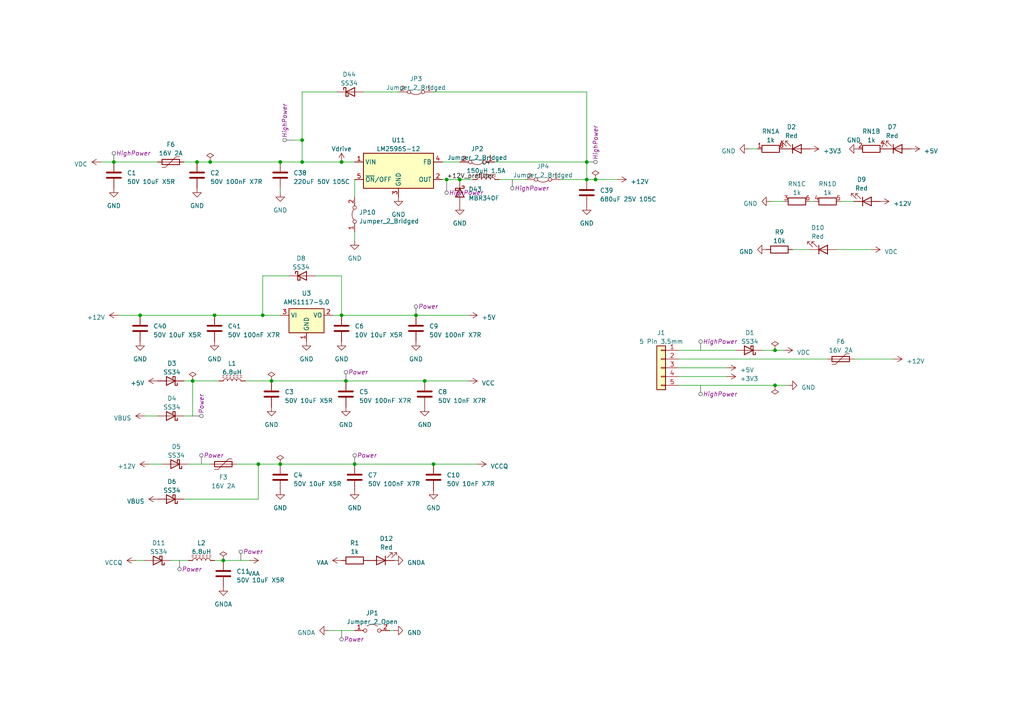
<source format=kicad_sch>
(kicad_sch (version 20230121) (generator eeschema)
  (paper "A4")
  (lib_symbols
    (symbol "Connector_Generic:Conn_01x05" (pin_names (offset 1.016) hide)
      (property "Reference" "J" (at 0 7.62 0))
      (property "Value" "Conn_01x05" (at 0 -7.62 0))
      (symbol "Conn_01x05_1_1"
        (rectangle (start -1.27 -4.953) (end 0 -5.207) (stroke (width 0.1524)))
        (rectangle (start -1.27 -2.413) (end 0 -2.667) (stroke (width 0.1524)))
        (rectangle (start -1.27 0.127) (end 0 -0.127) (stroke (width 0.1524)))
        (rectangle (start -1.27 2.667) (end 0 2.413) (stroke (width 0.1524)))
        (rectangle (start -1.27 5.207) (end 0 4.953) (stroke (width 0.1524)))
        (rectangle (start -1.27 6.35) (end 1.27 -6.35) (stroke (width 0.254)) (fill (type background)))
        (pin passive line (at -5.08 5.08 0) (length 3.81) (name "Pin_1") (number "1"))
        (pin passive line (at -5.08 2.54 0) (length 3.81) (name "Pin_2") (number "2"))
        (pin passive line (at -5.08 0 0) (length 3.81) (name "Pin_3") (number "3"))
        (pin passive line (at -5.08 -2.54 0) (length 3.81) (name "Pin_4") (number "4"))
        (pin passive line (at -5.08 -5.08 0) (length 3.81) (name "Pin_5") (number "5"))
      )
    )
    (symbol "Device:C" (pin_numbers hide) (pin_names (offset 0.254))
      (property "Reference" "C" (at 0.635 2.54 0))
      (property "Value" "C" (at 0.635 -2.54 0))
      (symbol "C_0_1"
        (polyline (pts (xy -2.032 -0.762) (xy 2.032 -0.762)) (stroke (width 0.508)))
        (polyline (pts (xy -2.032 0.762) (xy 2.032 0.762)) (stroke (width 0.508)))
      )
      (symbol "C_1_1"
        (pin passive line (at 0 3.81 270) (length 2.794) (name "~") (number "1"))
        (pin passive line (at 0 -3.81 90) (length 2.794) (name "~") (number "2"))
      )
    )
    (symbol "Device:LED" (pin_numbers hide) (pin_names (offset 1.016) hide)
      (property "Reference" "D" (at 0 2.54 0))
      (property "Value" "LED" (at 0 -2.54 0))
      (symbol "LED_0_1"
        (polyline (pts (xy -1.27 -1.27) (xy -1.27 1.27)) (stroke (width 0.254)))
        (polyline (pts (xy -1.27 0) (xy 1.27 0)))
        (polyline (pts (xy 1.27 -1.27) (xy 1.27 1.27) (xy -1.27 0) (xy 1.27 -1.27)) (stroke (width 0.254)))
        (polyline (pts (xy -3.048 -0.762) (xy -4.572 -2.286) (xy -3.81 -2.286) (xy -4.572 -2.286) (xy -4.572 -1.524)))
        (polyline (pts (xy -1.778 -0.762) (xy -3.302 -2.286) (xy -2.54 -2.286) (xy -3.302 -2.286) (xy -3.302 -1.524)))
      )
      (symbol "LED_1_1"
        (pin passive line (at -3.81 0 0) (length 2.54) (name "K") (number "1"))
        (pin passive line (at 3.81 0 180) (length 2.54) (name "A") (number "2"))
      )
    )
    (symbol "Device:L_Ferrite" (pin_numbers hide) (pin_names (offset 1.016) hide)
      (property "Reference" "L" (at -1.27 0 90))
      (property "Value" "L_Ferrite" (at 2.794 0 90))
      (symbol "L_Ferrite_0_1"
        (arc (start 0 -2.54) (mid 0.6323 -1.905) (end 0 -1.27))
        (arc (start 0 -1.27) (mid 0.6323 -0.635) (end 0 0))
        (polyline (pts (xy 1.016 -2.794) (xy 1.016 -2.286)))
        (polyline (pts (xy 1.016 -1.778) (xy 1.016 -1.27)))
        (polyline (pts (xy 1.016 -0.762) (xy 1.016 -0.254)))
        (polyline (pts (xy 1.016 0.254) (xy 1.016 0.762)))
        (polyline (pts (xy 1.016 1.27) (xy 1.016 1.778)))
        (polyline (pts (xy 1.016 2.286) (xy 1.016 2.794)))
        (polyline (pts (xy 1.524 -2.286) (xy 1.524 -2.794)))
        (polyline (pts (xy 1.524 -1.27) (xy 1.524 -1.778)))
        (polyline (pts (xy 1.524 -0.254) (xy 1.524 -0.762)))
        (polyline (pts (xy 1.524 0.762) (xy 1.524 0.254)))
        (polyline (pts (xy 1.524 1.778) (xy 1.524 1.27)))
        (polyline (pts (xy 1.524 2.794) (xy 1.524 2.286)))
        (arc (start 0 0) (mid 0.6323 0.635) (end 0 1.27))
        (arc (start 0 1.27) (mid 0.6323 1.905) (end 0 2.54))
      )
      (symbol "L_Ferrite_1_1"
        (pin passive line (at 0 3.81 270) (length 1.27) (name "1") (number "1"))
        (pin passive line (at 0 -3.81 90) (length 1.27) (name "2") (number "2"))
      )
    )
    (symbol "Device:Polyfuse" (pin_numbers hide) (pin_names (offset 0))
      (property "Reference" "F" (at -2.54 0 90))
      (property "Value" "Polyfuse" (at 2.54 0 90))
      (symbol "Polyfuse_0_1"
        (rectangle (start -0.762 2.54) (end 0.762 -2.54) (stroke (width 0.254)))
        (polyline (pts (xy 0 2.54) (xy 0 -2.54)))
        (polyline (pts (xy -1.524 2.54) (xy -1.524 1.524) (xy 1.524 -1.524) (xy 1.524 -2.54)))
      )
      (symbol "Polyfuse_1_1"
        (pin passive line (at 0 3.81 270) (length 1.27) (name "~") (number "1"))
        (pin passive line (at 0 -3.81 90) (length 1.27) (name "~") (number "2"))
      )
    )
    (symbol "Device:R" (pin_numbers hide) (pin_names (offset 0))
      (property "Reference" "R" (at 2.032 0 90))
      (property "Value" "R" (at 0 0 90))
      (symbol "R_0_1"
        (rectangle (start -1.016 -2.54) (end 1.016 2.54) (stroke (width 0.254)))
      )
      (symbol "R_1_1"
        (pin passive line (at 0 3.81 270) (length 1.27) (name "~") (number "1"))
        (pin passive line (at 0 -3.81 90) (length 1.27) (name "~") (number "2"))
      )
    )
    (symbol "Device:R_Pack04_Split" (pin_names (offset 0) hide)
      (property "Reference" "RN" (at 2.032 0 90))
      (property "Value" "R_Pack04_Split" (at 0 0 90))
      (symbol "R_Pack04_Split_0_1"
        (rectangle (start 1.016 2.54) (end -1.016 -2.54) (stroke (width 0.254)))
      )
      (symbol "R_Pack04_Split_1_1"
        (pin passive line (at 0 -3.81 90) (length 1.27) (name "R1.1") (number "1"))
        (pin passive line (at 0 3.81 270) (length 1.27) (name "R1.2") (number "8"))
      )
      (symbol "R_Pack04_Split_2_1"
        (pin passive line (at 0 -3.81 90) (length 1.27) (name "R2.1") (number "2"))
        (pin passive line (at 0 3.81 270) (length 1.27) (name "R2.2") (number "7"))
      )
      (symbol "R_Pack04_Split_3_1"
        (pin passive line (at 0 -3.81 90) (length 1.27) (name "R3.1") (number "3"))
        (pin passive line (at 0 3.81 270) (length 1.27) (name "R3.2") (number "6"))
      )
      (symbol "R_Pack04_Split_4_1"
        (pin passive line (at 0 -3.81 90) (length 1.27) (name "R4.1") (number "4"))
        (pin passive line (at 0 3.81 270) (length 1.27) (name "R4.2") (number "5"))
      )
    )
    (symbol "Diode:CDBA340-HF" (pin_numbers hide) (pin_names hide)
      (property "Reference" "D" (at 0 2.54 0))
      (property "Value" "CDBA340-HF" (at 0 -2.54 0))
      (symbol "CDBA340-HF_0_1"
        (polyline (pts (xy 1.27 0) (xy -1.27 0)))
        (polyline (pts (xy 1.27 1.27) (xy 1.27 -1.27) (xy -1.27 0) (xy 1.27 1.27)) (stroke (width 0.254)))
        (polyline (pts (xy -1.905 0.635) (xy -1.905 1.27) (xy -1.27 1.27) (xy -1.27 -1.27) (xy -0.635 -1.27) (xy -0.635 -0.635)) (stroke (width 0.254)))
      )
      (symbol "CDBA340-HF_1_1"
        (pin passive line (at -3.81 0 0) (length 2.54) (name "K") (number "1"))
        (pin passive line (at 3.81 0 180) (length 2.54) (name "A") (number "2"))
      )
    )
    (symbol "Jumper:Jumper_2_Bridged" (pin_names (offset 0) hide)
      (property "Reference" "JP" (at 0 1.905 0))
      (property "Value" "Jumper_2_Bridged" (at 0 -2.54 0))
      (symbol "Jumper_2_Bridged_0_0"
        (circle (center -2.032 0) (radius 0.508))
        (circle (center 2.032 0) (radius 0.508))
      )
      (symbol "Jumper_2_Bridged_0_1"
        (arc (start 1.524 0.254) (mid 0 0.762) (end -1.524 0.254))
      )
      (symbol "Jumper_2_Bridged_1_1"
        (pin passive line (at -5.08 0 0) (length 2.54) (name "A") (number "1"))
        (pin passive line (at 5.08 0 180) (length 2.54) (name "B") (number "2"))
      )
    )
    (symbol "Jumper:Jumper_2_Open" (pin_names (offset 0) hide)
      (property "Reference" "JP" (at 0 2.794 0))
      (property "Value" "Jumper_2_Open" (at 0 -2.286 0))
      (symbol "Jumper_2_Open_0_0"
        (circle (center -2.032 0) (radius 0.508))
        (circle (center 2.032 0) (radius 0.508))
      )
      (symbol "Jumper_2_Open_0_1"
        (arc (start 1.524 1.27) (mid 0 1.778) (end -1.524 1.27))
      )
      (symbol "Jumper_2_Open_1_1"
        (pin passive line (at -5.08 0 0) (length 2.54) (name "A") (number "1"))
        (pin passive line (at 5.08 0 180) (length 2.54) (name "B") (number "2"))
      )
    )
    (symbol "Regulator_Linear:AMS1117-5.0"
      (property "Reference" "U" (at -3.81 3.175 0))
      (property "Value" "AMS1117-5.0" (at 0 3.175 0))
      (symbol "AMS1117-5.0_0_1"
        (rectangle (start -5.08 -5.08) (end 5.08 1.905) (stroke (width 0.254)) (fill (type background)))
      )
      (symbol "AMS1117-5.0_1_1"
        (pin power_in line (at 0 -7.62 90) (length 2.54) (name "GND") (number "1"))
        (pin power_out line (at 7.62 0 180) (length 2.54) (name "VO") (number "2"))
        (pin power_in line (at -7.62 0 0) (length 2.54) (name "VI") (number "3"))
      )
    )
    (symbol "Regulator_Switching:LM2596S-5"
      (property "Reference" "U" (at -10.16 6.35 0))
      (property "Value" "LM2596S-5" (at 0 6.35 0))
      (symbol "LM2596S-5_0_1"
        (rectangle (start -10.16 5.08) (end 10.16 -5.08) (stroke (width 0.254)) (fill (type background)))
      )
      (symbol "LM2596S-5_1_1"
        (pin power_in line (at -12.7 2.54 0) (length 2.54) (name "VIN") (number "1"))
        (pin output line (at 12.7 -2.54 180) (length 2.54) (name "OUT") (number "2"))
        (pin power_in line (at 0 -7.62 90) (length 2.54) (name "GND") (number "3"))
        (pin input line (at 12.7 2.54 180) (length 2.54) (name "FB") (number "4"))
        (pin input line (at -12.7 -2.54 0) (length 2.54) (name "~{ON}/OFF") (number "5"))
      )
    )
    (symbol "power:+12V" (power) (pin_names (offset 0))
      (property "Value" "+12V" (at 0 3.556 0))
      (symbol "+12V_0_1"
        (polyline (pts (xy -0.762 1.27) (xy 0 2.54)))
        (polyline (pts (xy 0 0) (xy 0 2.54)))
        (polyline (pts (xy 0 2.54) (xy 0.762 1.27)))
      )
      (symbol "+12V_1_1"
        (pin power_in line (at 0 0 90) (length 0) hide (name "+12V") (number "1"))
      )
    )
    (symbol "power:+3V3" (power) (pin_names (offset 0))
      (property "Value" "+3V3" (at 0 3.556 0))
      (symbol "+3V3_0_1"
        (polyline (pts (xy -0.762 1.27) (xy 0 2.54)))
        (polyline (pts (xy 0 0) (xy 0 2.54)))
        (polyline (pts (xy 0 2.54) (xy 0.762 1.27)))
      )
      (symbol "+3V3_1_1"
        (pin power_in line (at 0 0 90) (length 0) hide (name "+3V3") (number "1"))
      )
    )
    (symbol "power:+5V" (power) (pin_names (offset 0))
      (property "Value" "+5V" (at 0 3.556 0))
      (symbol "+5V_0_1"
        (polyline (pts (xy -0.762 1.27) (xy 0 2.54)))
        (polyline (pts (xy 0 0) (xy 0 2.54)))
        (polyline (pts (xy 0 2.54) (xy 0.762 1.27)))
      )
      (symbol "+5V_1_1"
        (pin power_in line (at 0 0 90) (length 0) hide (name "+5V") (number "1"))
      )
    )
    (symbol "power:GND" (power) (pin_names (offset 0))
      (property "Value" "GND" (at 0 -3.81 0))
      (symbol "GND_0_1"
        (polyline (pts (xy 0 0) (xy 0 -1.27) (xy 1.27 -1.27) (xy 0 -2.54) (xy -1.27 -1.27) (xy 0 -1.27)))
      )
      (symbol "GND_1_1"
        (pin power_in line (at 0 0 270) (length 0) hide (name "GND") (number "1"))
      )
    )
    (symbol "power:GNDA" (power) (pin_names (offset 0))
      (property "Value" "GNDA" (at 0 -3.81 0))
      (symbol "GNDA_0_1"
        (polyline (pts (xy 0 0) (xy 0 -1.27) (xy 1.27 -1.27) (xy 0 -2.54) (xy -1.27 -1.27) (xy 0 -1.27)))
      )
      (symbol "GNDA_1_1"
        (pin power_in line (at 0 0 270) (length 0) hide (name "GNDA") (number "1"))
      )
    )
    (symbol "power:PWR_FLAG" (power) (pin_numbers hide) (pin_names (offset 0) hide)
      (property "Value" "PWR_FLAG" (at 0 3.81 0))
      (symbol "PWR_FLAG_0_0"
        (pin power_out line (at 0 0 90) (length 0) (name "pwr") (number "1"))
      )
      (symbol "PWR_FLAG_0_1"
        (polyline (pts (xy 0 0) (xy 0 1.27) (xy -1.016 1.905) (xy 0 2.54) (xy 1.016 1.905) (xy 0 1.27)))
      )
    )
    (symbol "power:VAA" (power) (pin_names (offset 0))
      (property "Value" "VAA" (at 0 3.81 0))
      (symbol "VAA_0_1"
        (polyline (pts (xy -0.762 1.27) (xy 0 2.54)))
        (polyline (pts (xy 0 0) (xy 0 2.54)))
        (polyline (pts (xy 0 2.54) (xy 0.762 1.27)))
      )
      (symbol "VAA_1_1"
        (pin power_in line (at 0 0 90) (length 0) hide (name "VAA") (number "1"))
      )
    )
    (symbol "power:VBUS" (power) (pin_names (offset 0))
      (property "Value" "VBUS" (at 0 3.81 0))
      (symbol "VBUS_0_1"
        (polyline (pts (xy -0.762 1.27) (xy 0 2.54)))
        (polyline (pts (xy 0 0) (xy 0 2.54)))
        (polyline (pts (xy 0 2.54) (xy 0.762 1.27)))
      )
      (symbol "VBUS_1_1"
        (pin power_in line (at 0 0 90) (length 0) hide (name "VBUS") (number "1"))
      )
    )
    (symbol "power:VCC" (power) (pin_names (offset 0))
      (property "Value" "VCC" (at 0 3.81 0))
      (symbol "VCC_0_1"
        (polyline (pts (xy -0.762 1.27) (xy 0 2.54)))
        (polyline (pts (xy 0 0) (xy 0 2.54)))
        (polyline (pts (xy 0 2.54) (xy 0.762 1.27)))
      )
      (symbol "VCC_1_1"
        (pin power_in line (at 0 0 90) (length 0) hide (name "VCC") (number "1"))
      )
    )
    (symbol "power:VCCQ" (power) (pin_names (offset 0))
      (property "Value" "VCCQ" (at 0 3.81 0))
      (symbol "VCCQ_0_1"
        (polyline (pts (xy -0.762 1.27) (xy 0 2.54)))
        (polyline (pts (xy 0 0) (xy 0 2.54)))
        (polyline (pts (xy 0 2.54) (xy 0.762 1.27)))
      )
      (symbol "VCCQ_1_1"
        (pin power_in line (at 0 0 90) (length 0) hide (name "VCCQ") (number "1"))
      )
    )
    (symbol "power:VDC" (power) (pin_names (offset 0))
      (property "Value" "VDC" (at 0 6.35 0))
      (symbol "VDC_0_1"
        (polyline (pts (xy -0.762 1.27) (xy 0 2.54)))
        (polyline (pts (xy 0 0) (xy 0 2.54)))
        (polyline (pts (xy 0 2.54) (xy 0.762 1.27)))
      )
      (symbol "VDC_1_1"
        (pin power_in line (at 0 0 90) (length 0) hide (name "VDC") (number "1"))
      )
    )
    (symbol "power:Vdrive" (power) (pin_names (offset 0))
      (property "Value" "Vdrive" (at 0 3.81 0))
      (symbol "Vdrive_0_1"
        (polyline (pts (xy -0.762 1.27) (xy 0 2.54)))
        (polyline (pts (xy 0 0) (xy 0 2.54)))
        (polyline (pts (xy 0 2.54) (xy 0.762 1.27)))
      )
      (symbol "Vdrive_1_1"
        (pin power_in line (at 0 0 90) (length 0) hide (name "Vdrive") (number "1"))
      )
    )
  )
  (junction (at 40.64 91.44))
  (junction (at 133.35 52.07))
  (junction (at 172.72 52.07))
  (junction (at 170.18 52.07))
  (junction (at 62.23 91.44))
  (junction (at 74.93 134.62))
  (junction (at 81.28 134.62))
  (junction (at 33.02 46.99))
  (junction (at 224.79 111.76))
  (junction (at 78.74 110.49))
  (junction (at 170.18 46.99))
  (junction (at 129.54 52.07))
  (junction (at 87.63 40.64))
  (junction (at 125.73 134.62))
  (junction (at 224.79 101.6))
  (junction (at 81.28 46.99))
  (junction (at 99.06 46.99))
  (junction (at 120.65 91.44))
  (junction (at 123.19 110.49))
  (junction (at 64.77 162.56))
  (junction (at 102.87 134.62))
  (junction (at 55.88 110.49))
  (junction (at 76.2 91.44))
  (junction (at 100.33 110.49))
  (junction (at 60.96 46.99))
  (junction (at 87.63 46.99))
  (junction (at 57.15 46.99))
  (junction (at 99.06 91.44))
  (wire (pts (xy 170.18 46.99) (xy 170.18 52.07)))
  (wire (pts (xy 57.15 46.99) (xy 60.96 46.99)))
  (wire (pts (xy 223.52 58.42) (xy 227.33 58.42)))
  (wire (pts (xy 62.23 162.56) (xy 64.77 162.56)))
  (wire (pts (xy 99.06 91.44) (xy 120.65 91.44)))
  (wire (pts (xy 55.88 120.65) (xy 53.34 120.65)))
  (wire (pts (xy 81.28 134.62) (xy 102.87 134.62)))
  (wire (pts (xy 138.43 134.62) (xy 125.73 134.62)))
  (wire (pts (xy 55.88 110.49) (xy 53.34 110.49)))
  (wire (pts (xy 78.74 110.49) (xy 100.33 110.49)))
  (wire (pts (xy 102.87 57.15) (xy 102.87 52.07)))
  (wire (pts (xy 236.22 58.42) (xy 234.95 58.42)))
  (wire (pts (xy 224.79 111.76) (xy 196.85 111.76)))
  (wire (pts (xy 196.85 109.22) (xy 210.82 109.22)))
  (wire (pts (xy 87.63 40.64) (xy 87.63 26.67)))
  (wire (pts (xy 87.63 26.67) (xy 97.79 26.67)))
  (wire (pts (xy 227.33 101.6) (xy 224.79 101.6)))
  (wire (pts (xy 228.6 111.76) (xy 224.79 111.76)))
  (wire (pts (xy 85.09 40.64) (xy 87.63 40.64)))
  (wire (pts (xy 64.77 162.56) (xy 72.39 162.56)))
  (wire (pts (xy 99.06 46.99) (xy 102.87 46.99)))
  (wire (pts (xy 83.82 80.01) (xy 76.2 80.01)))
  (wire (pts (xy 128.27 46.99) (xy 133.35 46.99)))
  (wire (pts (xy 102.87 182.88) (xy 95.25 182.88)))
  (wire (pts (xy 99.06 80.01) (xy 99.06 91.44)))
  (wire (pts (xy 62.23 91.44) (xy 76.2 91.44)))
  (wire (pts (xy 179.07 52.07) (xy 172.72 52.07)))
  (wire (pts (xy 91.44 80.01) (xy 99.06 80.01)))
  (wire (pts (xy 123.19 110.49) (xy 100.33 110.49)))
  (wire (pts (xy 96.52 91.44) (xy 99.06 91.44)))
  (wire (pts (xy 53.34 46.99) (xy 57.15 46.99)))
  (wire (pts (xy 143.51 46.99) (xy 170.18 46.99)))
  (wire (pts (xy 129.54 53.34) (xy 129.54 52.07)))
  (wire (pts (xy 54.61 134.62) (xy 60.96 134.62)))
  (wire (pts (xy 135.89 110.49) (xy 123.19 110.49)))
  (wire (pts (xy 49.53 162.56) (xy 54.61 162.56)))
  (wire (pts (xy 74.93 144.78) (xy 53.34 144.78)))
  (wire (pts (xy 39.37 162.56) (xy 41.91 162.56)))
  (wire (pts (xy 105.41 26.67) (xy 115.57 26.67)))
  (wire (pts (xy 33.02 46.99) (xy 45.72 46.99)))
  (wire (pts (xy 74.93 134.62) (xy 68.58 134.62)))
  (wire (pts (xy 125.73 134.62) (xy 102.87 134.62)))
  (wire (pts (xy 76.2 91.44) (xy 81.28 91.44)))
  (wire (pts (xy 133.35 52.07) (xy 129.54 52.07)))
  (wire (pts (xy 87.63 46.99) (xy 87.63 40.64)))
  (wire (pts (xy 196.85 106.68) (xy 210.82 106.68)))
  (wire (pts (xy 217.17 43.18) (xy 219.71 43.18)))
  (wire (pts (xy 137.16 52.07) (xy 133.35 52.07)))
  (wire (pts (xy 87.63 46.99) (xy 99.06 46.99)))
  (wire (pts (xy 76.2 80.01) (xy 76.2 91.44)))
  (wire (pts (xy 81.28 54.61) (xy 81.28 55.88)))
  (wire (pts (xy 34.29 91.44) (xy 40.64 91.44)))
  (wire (pts (xy 170.18 26.67) (xy 170.18 46.99)))
  (wire (pts (xy 144.78 52.07) (xy 152.4 52.07)))
  (wire (pts (xy 102.87 69.85) (xy 102.87 67.31)))
  (wire (pts (xy 125.73 26.67) (xy 170.18 26.67)))
  (wire (pts (xy 129.54 52.07) (xy 128.27 52.07)))
  (wire (pts (xy 120.65 91.44) (xy 135.89 91.44)))
  (wire (pts (xy 55.88 110.49) (xy 55.88 120.65)))
  (wire (pts (xy 172.72 52.07) (xy 170.18 52.07)))
  (wire (pts (xy 74.93 134.62) (xy 74.93 144.78)))
  (wire (pts (xy 247.65 104.14) (xy 259.08 104.14)))
  (wire (pts (xy 234.95 72.39) (xy 229.87 72.39)))
  (wire (pts (xy 224.79 101.6) (xy 220.98 101.6)))
  (wire (pts (xy 196.85 104.14) (xy 240.03 104.14)))
  (wire (pts (xy 29.21 46.99) (xy 33.02 46.99)))
  (wire (pts (xy 247.65 58.42) (xy 243.84 58.42)))
  (wire (pts (xy 74.93 134.62) (xy 81.28 134.62)))
  (wire (pts (xy 41.91 120.65) (xy 45.72 120.65)))
  (wire (pts (xy 114.3 182.88) (xy 113.03 182.88)))
  (wire (pts (xy 43.18 134.62) (xy 46.99 134.62)))
  (wire (pts (xy 71.12 110.49) (xy 78.74 110.49)))
  (wire (pts (xy 213.36 101.6) (xy 196.85 101.6)))
  (wire (pts (xy 252.73 72.39) (xy 242.57 72.39)))
  (wire (pts (xy 162.56 52.07) (xy 170.18 52.07)))
  (wire (pts (xy 81.28 46.99) (xy 87.63 46.99)))
  (wire (pts (xy 60.96 46.99) (xy 81.28 46.99)))
  (wire (pts (xy 55.88 110.49) (xy 63.5 110.49)))
  (wire (pts (xy 40.64 91.44) (xy 62.23 91.44)))
  (label "+12V_prefilter" (at 129.54 52.07 0))
  (netclass_flag "" (length 2.54) (shape round) (at 58.42 134.62 0) (property "Netclass" "Power" (at 59.0296 132.08 0) (effects (font italic) (justify left))))
  (netclass_flag "" (length 2.54) (shape round) (at 33.02 46.99 0) (property "Netclass" "HighPower" (at 33.6296 44.45 0) (effects (font italic) (justify left))))
  (netclass_flag "" (length 2.54) (shape round) (at 55.88 120.65 270) (property "Netclass" "Power" (at 58.42 120.0404 90) (effects (font italic) (justify left))))
  (netclass_flag "" (length 2.54) (shape round) (at 99.06 182.88 180) (property "Netclass" "Power" (at 99.6696 185.42 0) (effects (font italic) (justify left))))
  (netclass_flag "" (length 2.54) (shape round) (at 203.2 111.76 180) (property "Netclass" "HighPower" (at 203.8096 114.3 0) (effects (font italic) (justify left))))
  (netclass_flag "" (length 2.54) (shape round) (at 102.87 134.62 0) (property "Netclass" "Power" (at 103.4796 132.08 0) (effects (font italic) (justify left))))
  (netclass_flag "" (length 2.54) (shape round) (at 52.07 162.56 180) (property "Netclass" "Power" (at 52.6796 165.1 0) (effects (font italic) (justify left))))
  (netclass_flag "" (length 2.54) (shape round) (at 100.33 110.49 0) (property "Netclass" "Power" (at 100.9396 107.95 0) (effects (font italic) (justify left))))
  (netclass_flag "" (length 2.54) (shape round) (at 129.54 53.34 180) (property "Netclass" "HighPower" (at 130.1496 55.88 0) (effects (font italic) (justify left))))
  (netclass_flag "" (length 2.54) (shape round) (at 69.85 162.56 0) (property "Netclass" "Power" (at 70.4596 160.02 0) (effects (font italic) (justify left))))
  (netclass_flag "" (length 2.54) (shape round) (at 203.2 101.6 0) (property "Netclass" "HighPower" (at 203.8096 99.06 0) (effects (font italic) (justify left))))
  (netclass_flag "" (length 2.54) (shape round) (at 85.09 40.64 90) (property "Netclass" "HighPower" (at 82.55 40.0304 90) (effects (font italic) (justify left))))
  (netclass_flag "" (length 2.54) (shape round) (at 170.18 46.99 270) (property "Netclass" "HighPower" (at 172.72 46.3804 90) (effects (font italic) (justify left))))
  (netclass_flag "" (length 2.54) (shape round) (at 148.59 52.07 180) (property "Netclass" "HighPower" (at 149.1996 54.61 0) (effects (font italic) (justify left))))
  (netclass_flag "" (length 2.54) (shape round) (at 120.65 91.44 0) (property "Netclass" "Power" (at 121.2596 88.9 0) (effects (font italic) (justify left))))
  (symbol (lib_id "Device:C") (at 81.28 138.43 0) (unit 1)
    (property "Reference" "C4" (at 85.09 137.795 0) (effects (justify left)))
    (property "Value" "50V 10uF X5R" (at 85.09 140.335 0) (effects (justify left)))
    (property "Footprint" "Capacitor_SMD:C_1206_3216Metric" (effects hide))
    (property "LCSC" "C13585" (effects hide))
    (instances (project "PiPico_OpenPLC" (path "" (reference "C4") (unit 1)) (path "" (reference "C7") (unit 1))))
  )
  (symbol (lib_id "power:GND") (at 88.9 99.06 0) (mirror y) (unit 1)
    (property "Reference" "#PWR033" (effects hide))
    (property "Value" "GND" (at 88.9 104.14 0))
    (instances (project "PiPico_OpenPLC" (path "" (reference "#PWR033") (unit 1)) (path "" (reference "#PWR038") (unit 1))))
  )
  (symbol (lib_id "Device:Polyfuse") (at 49.53 46.99 90) (unit 1)
    (property "Reference" "F6" (at 49.53 41.91 90))
    (property "Value" "16V 2A" (at 49.53 44.45 90))
    (property "Footprint" "Fuse:Fuse_1206_3216Metric" (effects hide))
    (property "LCSC" "C2843986" (effects hide))
  )
  (symbol (lib_id "Jumper:Jumper_2_Bridged") (at 157.48 52.07 180) (unit 1)
    (property "Reference" "JP4" (at 157.48 48.26 0))
    (property "Value" "Jumper_2_Bridged" (at 157.48 50.8 0))
    (property "Footprint" "Jumper:SolderJumper-2_P1.3mm_Bridged_RoundedPad1.0x1.5mm" (effects hide))
    (instances (project "PiPico_OpenPLC" (path "" (reference "JP4") (unit 1)) (path "" (reference "JP6") (unit 1))))
  )
  (symbol (lib_id "Device:C") (at 125.73 138.43 0) (unit 1)
    (property "Reference" "C10" (at 129.54 137.795 0) (effects (justify left)))
    (property "Value" "50V 10nF X7R" (at 129.54 140.335 0) (effects (justify left)))
    (property "Footprint" "Capacitor_SMD:C_0603_1608Metric" (effects hide))
    (property "LCSC" "C57112" (effects hide))
    (instances (project "PiPico_OpenPLC" (path "" (reference "C10") (unit 1)) (path "" (reference "C41") (unit 1))))
  )
  (symbol (lib_id "power:+12V") (at 43.18 134.62 90) (unit 1)
    (property "Reference" "#PWR024" (effects hide))
    (property "Value" "+12V" (at 39.37 135.255 90) (effects (justify left)))
  )
  (symbol (lib_id "Device:C") (at 99.06 95.25 0) (unit 1)
    (property "Reference" "C6" (at 102.87 94.615 0) (effects (justify left)))
    (property "Value" "10V 10uF X5R" (at 102.87 97.155 0) (effects (justify left)))
    (property "Footprint" "Capacitor_SMD:C_0603_1608Metric" (effects hide))
    (property "LCSC" "C19702" (effects hide))
    (instances (project "PiPico_OpenPLC" (path "" (reference "C6") (unit 1)) (path "" (reference "C8") (unit 1))))
  )
  (symbol (lib_id "Device:LED") (at 251.46 58.42 0) (mirror x) (unit 1)
    (property "Reference" "D9" (at 249.8725 52.07 0))
    (property "Value" "Red" (at 249.8725 54.61 0))
    (property "Footprint" "LED_SMD:LED_0603_1608Metric" (effects hide))
    (property "LCSC" "C2286" (effects hide))
    (instances (project "PiPico_OpenPLC" (path "" (reference "D9") (unit 1)) (path "" (reference "D43") (unit 1))))
  )
  (symbol (lib_id "Diode:CDBA340-HF") (at 50.8 134.62 180) (unit 1)
    (property "Reference" "D5" (at 51.1175 129.54 0))
    (property "Value" "SS34" (at 51.1175 132.08 0))
    (property "Footprint" "Diode_SMD:D_SMA" (effects hide))
    (property "Datasheet" "https://www.comchiptech.com/admin/files/product/CDBA340-HF%20Thru193640.%20CDBA3100-HF%20RevB.pdf" (effects hide))
    (property "LCSC" "C8678" (effects hide))
    (instances (project "PiPico_OpenPLC" (path "" (reference "D5") (unit 1)) (path "" (reference "D8") (unit 1))))
  )
  (symbol (lib_id "power:VDC") (at 29.21 46.99 90) (unit 1)
    (property "Reference" "#PWR0157" (effects hide))
    (property "Value" "VDC" (at 25.4 47.625 90) (effects (justify left)))
    (instances (project "PiPico_OpenPLC" (path "" (reference "#PWR0157") (unit 1)) (path "" (reference "#PWR014") (unit 1))))
  )
  (symbol (lib_id "power:GND") (at 170.18 59.69 0) (mirror y) (unit 1)
    (property "Reference" "#PWR0158" (effects hide))
    (property "Value" "GND" (at 170.18 64.77 0))
    (instances (project "PiPico_OpenPLC" (path "" (reference "#PWR0158") (unit 1)) (path "" (reference "#PWR0151") (unit 1))))
  )
  (symbol (lib_id "power:GND") (at 40.64 99.06 0) (mirror y) (unit 1)
    (property "Reference" "#PWR047" (effects hide))
    (property "Value" "GND" (at 40.64 104.14 0))
    (instances (project "PiPico_OpenPLC" (path "" (reference "#PWR047") (unit 1)) (path "" (reference "#PWR021") (unit 1))))
  )
  (symbol (lib_id "Device:C") (at 100.33 114.3 0) (unit 1)
    (property "Reference" "C5" (at 104.14 113.665 0) (effects (justify left)))
    (property "Value" "50V 100nF X7R" (at 104.14 116.205 0) (effects (justify left)))
    (property "Footprint" "Capacitor_SMD:C_0603_1608Metric" (effects hide))
    (property "LCSC" "C14663" (effects hide))
    (instances (project "PiPico_OpenPLC" (path "" (reference "C5") (unit 1)) (path "" (reference "C9") (unit 1))))
  )
  (symbol (lib_id "Device:C") (at 120.65 95.25 0) (unit 1)
    (property "Reference" "C9" (at 124.46 94.615 0) (effects (justify left)))
    (property "Value" "50V 100nF X7R" (at 124.46 97.155 0) (effects (justify left)))
    (property "Footprint" "Capacitor_SMD:C_0603_1608Metric" (effects hide))
    (property "LCSC" "C14663" (effects hide))
    (instances (project "PiPico_OpenPLC" (path "" (reference "C9") (unit 1)) (path "" (reference "C11") (unit 1))))
  )
  (symbol (lib_id "Diode:CDBA340-HF") (at 49.53 144.78 180) (unit 1)
    (property "Reference" "D6" (at 49.8475 139.7 0))
    (property "Value" "SS34" (at 49.8475 142.24 0))
    (property "Footprint" "Diode_SMD:D_SMA" (effects hide))
    (property "Datasheet" "https://www.comchiptech.com/admin/files/product/CDBA340-HF%20Thru193640.%20CDBA3100-HF%20RevB.pdf" (effects hide))
    (property "LCSC" "C8678" (effects hide))
  )
  (symbol (lib_id "power:+5V") (at 210.82 106.68 270) (unit 1)
    (property "Reference" "#PWR014" (effects hide))
    (property "Value" "+5V" (at 214.63 107.315 90) (effects (justify left)))
    (instances (project "PiPico_OpenPLC" (path "" (reference "#PWR014") (unit 1)) (path "" (reference "#PWR017") (unit 1))))
  )
  (symbol (lib_id "power:GND") (at 81.28 55.88 0) (mirror y) (unit 1)
    (property "Reference" "#PWR0163" (effects hide))
    (property "Value" "GND" (at 81.28 60.96 0))
    (instances (project "PiPico_OpenPLC" (path "" (reference "#PWR0163") (unit 1)) (path "" (reference "#PWR027") (unit 1))))
  )
  (symbol (lib_id "Diode:CDBA340-HF") (at 45.72 162.56 180) (unit 1)
    (property "Reference" "D11" (at 46.0375 157.48 0))
    (property "Value" "SS34" (at 46.0375 160.02 0))
    (property "Footprint" "Diode_SMD:D_SMA" (effects hide))
    (property "Datasheet" "https://www.comchiptech.com/admin/files/product/CDBA340-HF%20Thru193640.%20CDBA3100-HF%20RevB.pdf" (effects hide))
    (property "LCSC" "C8678" (effects hide))
    (instances (project "PiPico_OpenPLC" (path "" (reference "D11") (unit 1)) (path "" (reference "D3") (unit 1))))
  )
  (symbol (lib_id "Diode:CDBA340-HF") (at 217.17 101.6 180) (unit 1)
    (property "Reference" "D1" (at 217.4875 96.52 0))
    (property "Value" "SS34" (at 217.4875 99.06 0))
    (property "Footprint" "Diode_SMD:D_SMA" (effects hide))
    (property "Datasheet" "https://www.comchiptech.com/admin/files/product/CDBA340-HF%20Thru193640.%20CDBA3100-HF%20RevB.pdf" (effects hide))
    (property "LCSC" "C8678" (effects hide))
  )
  (symbol (lib_id "power:GND") (at 217.17 43.18 270) (unit 1)
    (property "Reference" "#PWR018" (effects hide))
    (property "Value" "GND" (at 213.36 43.815 90) (effects (justify right)))
    (instances (project "PiPico_OpenPLC" (path "" (reference "#PWR018") (unit 1)) (path "" (reference "#PWR030") (unit 1))))
  )
  (symbol (lib_id "power:VCCQ") (at 138.43 134.62 270) (unit 1)
    (property "Reference" "#PWR045" (effects hide))
    (property "Value" "VCCQ" (at 142.24 135.255 90) (effects (justify left)))
    (instances (project "PiPico_OpenPLC" (path "" (reference "#PWR045") (unit 1)) (path "" (reference "#PWR091") (unit 1))))
  )
  (symbol (lib_id "power:GND") (at 222.25 72.39 270) (unit 1)
    (property "Reference" "#PWR039" (effects hide))
    (property "Value" "GND" (at 218.44 73.025 90) (effects (justify right)))
    (instances (project "PiPico_OpenPLC" (path "" (reference "#PWR039") (unit 1)) (path "" (reference "#PWR0153") (unit 1))))
  )
  (symbol (lib_id "Device:LED") (at 238.76 72.39 0) (mirror x) (unit 1)
    (property "Reference" "D10" (at 237.1725 66.04 0))
    (property "Value" "Red" (at 237.1725 68.58 0))
    (property "Footprint" "LED_SMD:LED_0603_1608Metric" (effects hide))
    (property "LCSC" "C2286" (effects hide))
    (instances (project "PiPico_OpenPLC" (path "" (reference "D10") (unit 1)) (path "" (reference "D44") (unit 1))))
  )
  (symbol (lib_id "Device:C") (at 123.19 114.3 0) (unit 1)
    (property "Reference" "C8" (at 127 113.665 0) (effects (justify left)))
    (property "Value" "50V 10nF X7R" (at 127 116.205 0) (effects (justify left)))
    (property "Footprint" "Capacitor_SMD:C_0603_1608Metric" (effects hide))
    (property "LCSC" "C57112" (effects hide))
    (instances (project "PiPico_OpenPLC" (path "" (reference "C8") (unit 1)) (path "" (reference "C40") (unit 1))))
  )
  (symbol (lib_id "Regulator_Linear:AMS1117-5.0") (at 88.9 91.44 0) (unit 1)
    (property "Reference" "U3" (at 88.9 85.09 0))
    (property "Value" "AMS1117-5.0" (at 88.9 87.63 0))
    (property "Footprint" "Package_TO_SOT_SMD:SOT-223-3_TabPin2" (effects hide))
    (property "Datasheet" "http://www.advanced-monolithic.com/pdf/ds1117.pdf" (effects hide))
    (property "LCSC" "C6187" (effects hide))
    (property "JLCRotOffset" "90" (effects hide))
    (instances (project "PiPico_OpenPLC" (path "" (reference "U3") (unit 1)) (path "" (reference "U2") (unit 1))))
  )
  (symbol (lib_id "power:+12V") (at 259.08 104.14 270) (unit 1)
    (property "Reference" "#PWR015" (effects hide))
    (property "Value" "+12V" (at 262.89 104.775 90) (effects (justify left)))
    (instances (project "PiPico_OpenPLC" (path "" (reference "#PWR015") (unit 1)) (path "" (reference "#PWR016") (unit 1))))
  )
  (symbol (lib_id "Diode:CDBA340-HF") (at 49.53 110.49 180) (unit 1)
    (property "Reference" "D3" (at 49.8475 105.41 0))
    (property "Value" "SS34" (at 49.8475 107.95 0))
    (property "Footprint" "Diode_SMD:D_SMA" (effects hide))
    (property "Datasheet" "https://www.comchiptech.com/admin/files/product/CDBA340-HF%20Thru193640.%20CDBA3100-HF%20RevB.pdf" (effects hide))
    (property "LCSC" "C8678" (effects hide))
    (instances (project "PiPico_OpenPLC" (path "" (reference "D3") (unit 1)) (path "" (reference "D4") (unit 1))))
  )
  (symbol (lib_id "power:GND") (at 102.87 142.24 0) (mirror y) (unit 1)
    (property "Reference" "#PWR036" (effects hide))
    (property "Value" "GND" (at 102.87 147.32 0))
    (instances (project "PiPico_OpenPLC" (path "" (reference "#PWR036") (unit 1)) (path "" (reference "#PWR044") (unit 1))))
  )
  (symbol (lib_id "Device:C") (at 81.28 50.8 0) (unit 1)
    (property "Reference" "C38" (at 85.09 50.165 0) (effects (justify left)))
    (property "Value" "220uF 50V 105C" (at 85.09 52.705 0) (effects (justify left)))
    (property "Footprint" "Capacitor_SMD:CP_Elec_10x10" (effects hide))
    (property "LCSC" "C125977" (effects hide))
  )
  (symbol (lib_id "power:PWR_FLAG") (at 78.74 110.49 0) (unit 1)
    (property "Reference" "#FLG02" (effects hide))
    (property "Value" "PWR_FLAG" (effects hide))
    (instances (project "PiPico_OpenPLC" (path "" (reference "#FLG02") (unit 1)) (path "" (reference "#FLG07") (unit 1))))
  )
  (symbol (lib_id "Diode:CDBA340-HF") (at 87.63 80.01 0) (unit 1)
    (property "Reference" "D8" (at 87.3125 74.93 0))
    (property "Value" "SS34" (at 87.3125 77.47 0))
    (property "Footprint" "Diode_SMD:D_SMA" (effects hide))
    (property "Datasheet" "https://www.comchiptech.com/admin/files/product/CDBA340-HF%20Thru193640.%20CDBA3100-HF%20RevB.pdf" (effects hide))
    (property "LCSC" "C8678" (effects hide))
    (instances (project "PiPico_OpenPLC" (path "" (reference "D8") (unit 1)) (path "" (reference "D11") (unit 1))))
  )
  (symbol (lib_id "power:GND") (at 133.35 59.69 0) (mirror y) (unit 1)
    (property "Reference" "#PWR0161" (effects hide))
    (property "Value" "GND" (at 133.35 64.77 0))
    (instances (project "PiPico_OpenPLC" (path "" (reference "#PWR0161") (unit 1)) (path "" (reference "#PWR0136") (unit 1))))
  )
  (symbol (lib_id "Device:Polyfuse") (at 64.77 134.62 90) (unit 1)
    (property "Reference" "F3" (at 64.77 138.43 90))
    (property "Value" "16V 2A" (at 64.77 140.97 90))
    (property "Footprint" "Fuse:Fuse_1206_3216Metric" (effects hide))
    (property "LCSC" "C2843986" (effects hide))
  )
  (symbol (lib_id "Device:R_Pack04_Split") (at 231.14 58.42 270) (mirror x) (unit 3)
    (property "Reference" "RN1" (at 231.14 53.34 90))
    (property "Value" "1k" (at 231.14 55.88 90))
    (property "Footprint" "Resistor_SMD:R_Array_Convex_4x0603" (effects hide))
    (property "LCSC" "C20197" (effects hide))
    (property "JLCPCB Rotation Offset" "90" (effects hide))
  )
  (symbol (lib_id "Diode:CDBA340-HF") (at 133.35 55.88 270) (unit 1)
    (property "Reference" "D43" (at 135.89 54.9275 90) (effects (justify left)))
    (property "Value" "MBR340F" (at 135.89 57.4675 90) (effects (justify left)))
    (property "Footprint" "Diode_SMD:D_SOD-123F" (effects hide))
    (property "Datasheet" "https://www.comchiptech.com/admin/files/product/CDBA340-HF%20Thru193640.%20CDBA3100-HF%20RevB.pdf" (effects hide))
    (property "LCSC" "C475721" (effects hide))
    (instances (project "PiPico_OpenPLC" (path "" (reference "D43") (unit 1)) (path "" (reference "D9") (unit 1))))
  )
  (symbol (lib_id "Device:L_Ferrite") (at 58.42 162.56 90) (unit 1)
    (property "Reference" "L2" (at 58.42 157.48 90))
    (property "Value" "6.8uH" (at 58.42 160.02 90))
    (property "Footprint" "Inductor_SMD:L_6.3x6.3_H3" (effects hide))
    (property "LCSC" "C57254" (effects hide))
    (instances (project "PiPico_OpenPLC" (path "" (reference "L2") (unit 1)) (path "" (reference "L1") (unit 1))))
  )
  (symbol (lib_id "Device:R_Pack04_Split") (at 240.03 58.42 270) (mirror x) (unit 4)
    (property "Reference" "RN1" (at 240.03 53.34 90))
    (property "Value" "1k" (at 240.03 55.88 90))
    (property "Footprint" "Resistor_SMD:R_Array_Convex_4x0603" (effects hide))
    (property "LCSC" "C20197" (effects hide))
    (property "JLCPCB Rotation Offset" "90" (effects hide))
  )
  (symbol (lib_id "Diode:CDBA340-HF") (at 101.6 26.67 0) (unit 1)
    (property "Reference" "D44" (at 101.2825 21.59 0))
    (property "Value" "SS34" (at 101.2825 24.13 0))
    (property "Footprint" "Diode_SMD:D_SMA" (effects hide))
    (property "Datasheet" "https://www.comchiptech.com/admin/files/product/CDBA340-HF%20Thru193640.%20CDBA3100-HF%20RevB.pdf" (effects hide))
    (property "LCSC" "C8678" (effects hide))
    (instances (project "PiPico_OpenPLC" (path "" (reference "D44") (unit 1)) (path "" (reference "D2") (unit 1))))
  )
  (symbol (lib_id "power:GND") (at 123.19 118.11 0) (mirror y) (unit 1)
    (property "Reference" "#PWR038" (effects hide))
    (property "Value" "GND" (at 123.19 123.19 0))
    (instances (project "PiPico_OpenPLC" (path "" (reference "#PWR038") (unit 1)) (path "" (reference "#PWR047") (unit 1))))
  )
  (symbol (lib_id "power:GND") (at 78.74 118.11 0) (mirror y) (unit 1)
    (property "Reference" "#PWR029" (effects hide))
    (property "Value" "GND" (at 78.74 123.19 0))
    (instances (project "PiPico_OpenPLC" (path "" (reference "#PWR029") (unit 1)) (path "" (reference "#PWR035") (unit 1))))
  )
  (symbol (lib_id "power:VDC") (at 227.33 101.6 270) (unit 1)
    (property "Reference" "#PWR022" (effects hide))
    (property "Value" "VDC" (at 231.14 102.235 90) (effects (justify left)))
  )
  (symbol (lib_id "power:+3V3") (at 210.82 109.22 270) (mirror x) (unit 1)
    (property "Reference" "#PWR016" (effects hide))
    (property "Value" "+3V3" (at 214.63 109.855 90) (effects (justify left)))
    (instances (project "PiPico_OpenPLC" (path "" (reference "#PWR016") (unit 1)) (path "" (reference "#PWR018") (unit 1))))
  )
  (symbol (lib_id "power:PWR_FLAG") (at 60.96 46.99 0) (unit 1)
    (property "Reference" "#FLG0108" (effects hide))
    (property "Value" "PWR_FLAG" (effects hide))
    (instances (project "PiPico_OpenPLC" (path "" (reference "#FLG0108") (unit 1)) (path "" (reference "#FLG01") (unit 1))))
  )
  (symbol (lib_id "power:GND") (at 125.73 142.24 0) (mirror y) (unit 1)
    (property "Reference" "#PWR042" (effects hide))
    (property "Value" "GND" (at 125.73 147.32 0))
    (instances (project "PiPico_OpenPLC" (path "" (reference "#PWR042") (unit 1)) (path "" (reference "#PWR051") (unit 1))))
  )
  (symbol (lib_id "Device:R_Pack04_Split") (at 252.73 43.18 270) (mirror x) (unit 2)
    (property "Reference" "RN1" (at 252.73 38.1 90))
    (property "Value" "1k" (at 252.73 40.64 90))
    (property "Footprint" "Resistor_SMD:R_Array_Convex_4x0603" (effects hide))
    (property "LCSC" "C20197" (effects hide))
    (property "JLCPCB Rotation Offset" "90" (effects hide))
  )
  (symbol (lib_id "power:GND") (at 102.87 69.85 0) (mirror y) (unit 1)
    (property "Reference" "#PWR0162" (effects hide))
    (property "Value" "GND" (at 102.87 74.93 0))
    (instances (project "PiPico_OpenPLC" (path "" (reference "#PWR0162") (unit 1)) (path "" (reference "#PWR037") (unit 1))))
  )
  (symbol (lib_id "power:GND") (at 248.92 43.18 270) (unit 1)
    (property "Reference" "#PWR027" (effects hide))
    (property "Value" "GND" (at 247.65 40.64 90))
    (instances (project "PiPico_OpenPLC" (path "" (reference "#PWR027") (unit 1)) (path "" (reference "#PWR0135") (unit 1))))
  )
  (symbol (lib_id "power:PWR_FLAG") (at 172.72 52.07 0) (unit 1)
    (property "Reference" "#FLG01" (effects hide))
    (property "Value" "PWR_FLAG" (effects hide))
    (instances (project "PiPico_OpenPLC" (path "" (reference "#FLG01") (unit 1)) (path "" (reference "#FLG011") (unit 1))))
  )
  (symbol (lib_id "Device:C") (at 102.87 138.43 0) (unit 1)
    (property "Reference" "C7" (at 106.68 137.795 0) (effects (justify left)))
    (property "Value" "50V 100nF X7R" (at 106.68 140.335 0) (effects (justify left)))
    (property "Footprint" "Capacitor_SMD:C_0603_1608Metric" (effects hide))
    (property "LCSC" "C14663" (effects hide))
    (instances (project "PiPico_OpenPLC" (path "" (reference "C7") (unit 1)) (path "" (reference "C10") (unit 1))))
  )
  (symbol (lib_id "Device:LED") (at 110.49 162.56 180) (unit 1)
    (property "Reference" "D12" (at 112.0775 156.21 0))
    (property "Value" "Red" (at 112.0775 158.75 0))
    (property "Footprint" "LED_SMD:LED_0603_1608Metric" (effects hide))
    (property "LCSC" "C2286" (effects hide))
  )
  (symbol (lib_id "Device:R") (at 102.87 162.56 270) (unit 1)
    (property "Reference" "R1" (at 102.87 157.48 90))
    (property "Value" "1k" (at 102.87 160.02 90))
    (property "Footprint" "Resistor_SMD:R_0603_1608Metric" (effects hide))
  )
  (symbol (lib_id "power:VAA") (at 99.06 162.56 90) (unit 1)
    (property "Reference" "#PWR0153" (effects hide))
    (property "Value" "VAA" (at 95.25 163.195 90) (effects (justify left)))
    (instances (project "PiPico_OpenPLC" (path "" (reference "#PWR0153") (unit 1)) (path "" (reference "#PWR050") (unit 1))))
  )
  (symbol (lib_id "Connector_Generic:Conn_01x05") (at 191.77 106.68 0) (mirror y) (unit 1)
    (property "Reference" "J1" (at 191.77 96.52 0))
    (property "Value" "5 Pin 3.5mm" (at 191.77 99.06 0))
    (property "Footprint" "Connector_Phoenix_MC:PhoenixContact_MC_1,5_5-G-3.5_1x05_P3.50mm_Horizontal" (effects hide))
    (property "LCSC" "C136655" (effects hide))
  )
  (symbol (lib_id "power:GND") (at 57.15 54.61 0) (mirror y) (unit 1)
    (property "Reference" "#PWR0165" (effects hide))
    (property "Value" "GND" (at 57.15 59.69 0))
    (instances (project "PiPico_OpenPLC" (path "" (reference "#PWR0165") (unit 1)) (path "" (reference "#PWR019") (unit 1))))
  )
  (symbol (lib_id "power:PWR_FLAG") (at 81.28 134.62 0) (unit 1)
    (property "Reference" "#FLG0109" (effects hide))
    (property "Value" "PWR_FLAG" (effects hide))
    (instances (project "PiPico_OpenPLC" (path "" (reference "#FLG0109") (unit 1)) (path "" (reference "#FLG08") (unit 1))))
  )
  (symbol (lib_id "Jumper:Jumper_2_Bridged") (at 102.87 62.23 90) (unit 1)
    (property "Reference" "JP10" (at 104.14 61.595 90) (effects (justify right)))
    (property "Value" "Jumper_2_Bridged" (at 104.14 64.135 90) (effects (justify right)))
    (property "Footprint" "Jumper:SolderJumper-2_P1.3mm_Bridged_RoundedPad1.0x1.5mm" (effects hide))
    (instances (project "PiPico_OpenPLC" (path "" (reference "JP10") (unit 1)) (path "" (reference "JP2") (unit 1))))
  )
  (symbol (lib_id "Device:C") (at 40.64 95.25 0) (unit 1)
    (property "Reference" "C40" (at 44.45 94.615 0) (effects (justify left)))
    (property "Value" "50V 10uF X5R" (at 44.45 97.155 0) (effects (justify left)))
    (property "Footprint" "Capacitor_SMD:C_1206_3216Metric" (effects hide))
    (property "LCSC" "C13585" (effects hide))
    (instances (project "PiPico_OpenPLC" (path "" (reference "C40") (unit 1)) (path "" (reference "C3") (unit 1))))
  )
  (symbol (lib_id "Device:C") (at 78.74 114.3 0) (unit 1)
    (property "Reference" "C3" (at 82.55 113.665 0) (effects (justify left)))
    (property "Value" "50V 10uF X5R" (at 82.55 116.205 0) (effects (justify left)))
    (property "Footprint" "Capacitor_SMD:C_1206_3216Metric" (effects hide))
    (property "LCSC" "C13585" (effects hide))
    (instances (project "PiPico_OpenPLC" (path "" (reference "C3") (unit 1)) (path "" (reference "C6") (unit 1))))
  )
  (symbol (lib_id "power:GNDA") (at 64.77 170.18 0) (unit 1)
    (property "Reference" "#PWR0152" (effects hide))
    (property "Value" "GNDA" (at 64.77 175.26 0))
    (instances (project "PiPico_OpenPLC" (path "" (reference "#PWR0152") (unit 1)) (path "" (reference "#PWR032") (unit 1))))
  )
  (symbol (lib_id "Device:R_Pack04_Split") (at 223.52 43.18 270) (mirror x) (unit 1)
    (property "Reference" "RN1" (at 223.52 38.1 90))
    (property "Value" "1k" (at 223.52 40.64 90))
    (property "Footprint" "Resistor_SMD:R_Array_Convex_4x0603" (effects hide))
    (property "LCSC" "C20197" (effects hide))
    (property "JLCPCB Rotation Offset" "90" (effects hide))
  )
  (symbol (lib_id "Jumper:Jumper_2_Open") (at 107.95 182.88 0) (unit 1)
    (property "Reference" "JP1" (at 107.95 177.8 0))
    (property "Value" "Jumper_2_Open" (at 107.95 180.34 0))
    (property "Footprint" "Jumper:SolderJumper-2_P1.3mm_Open_RoundedPad1.0x1.5mm" (effects hide))
  )
  (symbol (lib_id "power:GND") (at 114.3 182.88 90) (mirror x) (unit 1)
    (property "Reference" "#PWR0149" (effects hide))
    (property "Value" "GND" (at 118.11 183.515 90) (effects (justify right)))
    (instances (project "PiPico_OpenPLC" (path "" (reference "#PWR0149") (unit 1)) (path "" (reference "#PWR054") (unit 1))))
  )
  (symbol (lib_id "power:+3V3") (at 234.95 43.18 270) (unit 1)
    (property "Reference" "#PWR026" (effects hide))
    (property "Value" "+3V3" (at 238.76 43.815 90) (effects (justify left)))
    (instances (project "PiPico_OpenPLC" (path "" (reference "#PWR026") (unit 1)) (path "" (reference "#PWR039") (unit 1))))
  )
  (symbol (lib_id "Device:L_Ferrite") (at 67.31 110.49 90) (unit 1)
    (property "Reference" "L1" (at 67.31 105.41 90))
    (property "Value" "6.8uH" (at 67.31 107.95 90))
    (property "Footprint" "Inductor_SMD:L_6.3x6.3_H3" (effects hide))
    (property "LCSC" "C57254" (effects hide))
    (instances (project "PiPico_OpenPLC" (path "" (reference "L1") (unit 1)) (path "" (reference "L2") (unit 1))))
  )
  (symbol (lib_id "Diode:CDBA340-HF") (at 49.53 120.65 180) (unit 1)
    (property "Reference" "D4" (at 49.8475 115.57 0))
    (property "Value" "SS34" (at 49.8475 118.11 0))
    (property "Footprint" "Diode_SMD:D_SMA" (effects hide))
    (property "Datasheet" "https://www.comchiptech.com/admin/files/product/CDBA340-HF%20Thru193640.%20CDBA3100-HF%20RevB.pdf" (effects hide))
    (property "LCSC" "C8678" (effects hide))
    (instances (project "PiPico_OpenPLC" (path "" (reference "D4") (unit 1)) (path "" (reference "D5") (unit 1))))
  )
  (symbol (lib_id "Device:L_Ferrite") (at 140.97 52.07 90) (unit 1)
    (property "Reference" "L4" (at 140.97 46.99 90))
    (property "Value" "150uH 1.5A" (at 140.97 49.53 90))
    (property "Footprint" "Inductor_SMD:L_Bourns_SDR1806" (effects hide))
    (property "LCSC" "C285597" (effects hide))
    (property "MFRPNR" "SSL1306T-151M-N" (effects hide))
    (instances (project "PiPico_OpenPLC" (path "" (reference "L4") (unit 1)) (path "" (reference "L3") (unit 1))))
  )
  (symbol (lib_id "Jumper:Jumper_2_Bridged") (at 138.43 46.99 180) (unit 1)
    (property "Reference" "JP2" (at 138.43 43.18 0))
    (property "Value" "Jumper_2_Bridged" (at 138.43 45.72 0))
    (property "Footprint" "Jumper:SolderJumper-2_P1.3mm_Bridged_RoundedPad1.0x1.5mm" (effects hide))
    (instances (project "PiPico_OpenPLC" (path "" (reference "JP2") (unit 1)) (path "" (reference "JP4") (unit 1))))
  )
  (symbol (lib_id "power:+5V") (at 264.16 43.18 270) (mirror x) (unit 1)
    (property "Reference" "#PWR030" (effects hide))
    (property "Value" "+5V" (at 267.97 43.815 90) (effects (justify left)))
    (instances (project "PiPico_OpenPLC" (path "" (reference "#PWR030") (unit 1)) (path "" (reference "#PWR0149") (unit 1))))
  )
  (symbol (lib_id "power:PWR_FLAG") (at 224.79 101.6 0) (unit 1)
    (property "Reference" "#FLG0101" (effects hide))
    (property "Value" "PWR_FLAG" (effects hide))
    (instances (project "PiPico_OpenPLC" (path "" (reference "#FLG0101") (unit 1)) (path "" (reference "#FLG09") (unit 1))))
  )
  (symbol (lib_id "power:GNDA") (at 95.25 182.88 270) (unit 1)
    (property "Reference" "#PWR0154" (effects hide))
    (property "Value" "GNDA" (at 91.44 183.515 90) (effects (justify right)))
    (instances (project "PiPico_OpenPLC" (path "" (reference "#PWR0154") (unit 1)) (path "" (reference "#PWR045") (unit 1))))
  )
  (symbol (lib_id "power:GND") (at 223.52 58.42 270) (unit 1)
    (property "Reference" "#PWR034" (effects hide))
    (property "Value" "GND" (at 219.71 59.055 90) (effects (justify right)))
    (instances (project "PiPico_OpenPLC" (path "" (reference "#PWR034") (unit 1)) (path "" (reference "#PWR0137") (unit 1))))
  )
  (symbol (lib_id "power:VAA") (at 72.39 162.56 270) (unit 1)
    (property "Reference" "#PWR0151" (effects hide))
    (property "Value" "VAA" (at 73.66 166.37 90))
    (instances (project "PiPico_OpenPLC" (path "" (reference "#PWR0151") (unit 1)) (path "" (reference "#PWR033") (unit 1))))
  )
  (symbol (lib_id "Device:R") (at 226.06 72.39 90) (unit 1)
    (property "Reference" "R9" (at 226.06 67.31 90))
    (property "Value" "10k" (at 226.06 69.85 90))
    (property "Footprint" "Resistor_SMD:R_0603_1608Metric" (effects hide))
    (property "LCSC" "C25804" (effects hide))
    (instances (project "PiPico_OpenPLC" (path "" (reference "R9") (unit 1)) (path "" (reference "R43") (unit 1)) (path "" (reference "R44") (unit 1)) (path "" (reference "R44") (unit 1))))
  )
  (symbol (lib_id "power:GNDA") (at 114.3 162.56 90) (unit 1)
    (property "Reference" "#PWR0155" (effects hide))
    (property "Value" "GNDA" (at 118.11 163.195 90) (effects (justify right)))
    (instances (project "PiPico_OpenPLC" (path "" (reference "#PWR0155") (unit 1)) (path "" (reference "#PWR0124") (unit 1))))
  )
  (symbol (lib_id "power:GND") (at 115.57 57.15 0) (mirror y) (unit 1)
    (property "Reference" "#PWR0160" (effects hide))
    (property "Value" "GND" (at 115.57 62.23 0))
    (instances (project "PiPico_OpenPLC" (path "" (reference "#PWR0160") (unit 1)) (path "" (reference "#PWR043") (unit 1))))
  )
  (symbol (lib_id "power:GND") (at 120.65 99.06 0) (mirror y) (unit 1)
    (property "Reference" "#PWR040" (effects hide))
    (property "Value" "GND" (at 120.65 104.14 0))
    (instances (project "PiPico_OpenPLC" (path "" (reference "#PWR040") (unit 1)) (path "" (reference "#PWR046") (unit 1))))
  )
  (symbol (lib_id "Device:Polyfuse") (at 243.84 104.14 90) (unit 1)
    (property "Reference" "F6" (at 243.84 99.06 90))
    (property "Value" "16V 2A" (at 243.84 101.6 90))
    (property "Footprint" "Fuse:Fuse_1206_3216Metric" (effects hide))
    (property "LCSC" "C2843986" (effects hide))
    (instances (project "PiPico_OpenPLC" (path "" (reference "F6") (unit 1)) (path "" (reference "F10") (unit 1))))
  )
  (symbol (lib_id "power:GND") (at 81.28 142.24 0) (mirror y) (unit 1)
    (property "Reference" "#PWR031" (effects hide))
    (property "Value" "GND" (at 81.28 147.32 0))
    (instances (project "PiPico_OpenPLC" (path "" (reference "#PWR031") (unit 1)) (path "" (reference "#PWR036") (unit 1))))
  )
  (symbol (lib_id "Device:C") (at 57.15 50.8 0) (unit 1)
    (property "Reference" "C2" (at 60.96 50.165 0) (effects (justify left)))
    (property "Value" "50V 100nF X7R" (at 60.96 52.705 0) (effects (justify left)))
    (property "Footprint" "Capacitor_SMD:C_0603_1608Metric" (effects hide))
    (property "LCSC" "C14663" (effects hide))
  )
  (symbol (lib_id "power:VCC") (at 135.89 110.49 270) (unit 1)
    (property "Reference" "#PWR041" (effects hide))
    (property "Value" "VCC" (at 139.7 111.125 90) (effects (justify left)))
    (instances (project "PiPico_OpenPLC" (path "" (reference "#PWR041") (unit 1)) (path "" (reference "#PWR053") (unit 1))))
  )
  (symbol (lib_id "Regulator_Switching:LM2596S-5") (at 115.57 49.53 0) (unit 1)
    (property "Reference" "U11" (at 115.57 40.64 0))
    (property "Value" "LM2596S-12" (at 115.57 43.18 0))
    (property "Footprint" "Package_TO_SOT_SMD:TO-263-5_TabPin3" (effects hide))
    (property "Datasheet" "http://www.ti.com/lit/ds/symlink/lm2596.pdf" (effects hide))
    (property "LCSC" "C347422" (effects hide))
  )
  (symbol (lib_id "power:PWR_FLAG") (at 55.88 110.49 0) (unit 1)
    (property "Reference" "#FLG0107" (effects hide))
    (property "Value" "PWR_FLAG" (effects hide))
    (instances (project "PiPico_OpenPLC" (path "" (reference "#FLG0107") (unit 1)) (path "" (reference "#FLG02") (unit 1))))
  )
  (symbol (lib_id "Device:C") (at 64.77 166.37 0) (unit 1)
    (property "Reference" "C11" (at 68.58 165.735 0) (effects (justify left)))
    (property "Value" "50V 10uF X5R" (at 68.58 168.275 0) (effects (justify left)))
    (property "Footprint" "Capacitor_SMD:C_1206_3216Metric" (effects hide))
    (property "LCSC" "C13585" (effects hide))
    (instances (project "PiPico_OpenPLC" (path "" (reference "C11") (unit 1)) (path "" (reference "C5") (unit 1))))
  )
  (symbol (lib_id "power:Vdrive") (at 99.06 46.99 0) (unit 1)
    (property "Reference" "#PWR0167" (effects hide))
    (property "Value" "Vdrive" (at 99.06 43.18 0))
    (instances (project "PiPico_OpenPLC" (path "" (reference "#PWR0167") (unit 1)) (path "" (reference "#PWR034") (unit 1))))
  )
  (symbol (lib_id "Device:C") (at 170.18 55.88 0) (unit 1)
    (property "Reference" "C39" (at 173.99 55.245 0) (effects (justify left)))
    (property "Value" "680uF 25V 105C" (at 173.99 57.785 0) (effects (justify left)))
    (property "Footprint" "Capacitor_SMD:CP_Elec_10x10.5" (effects hide))
    (property "LCSC" "C976031" (effects hide))
  )
  (symbol (lib_id "power:GND") (at 99.06 99.06 0) (mirror y) (unit 1)
    (property "Reference" "#PWR035" (effects hide))
    (property "Value" "GND" (at 99.06 104.14 0))
    (instances (project "PiPico_OpenPLC" (path "" (reference "#PWR035") (unit 1)) (path "" (reference "#PWR041") (unit 1))))
  )
  (symbol (lib_id "power:VCCQ") (at 39.37 162.56 90) (unit 1)
    (property "Reference" "#PWR0150" (effects hide))
    (property "Value" "VCCQ" (at 35.56 163.195 90) (effects (justify left)))
    (instances (project "PiPico_OpenPLC" (path "" (reference "#PWR0150") (unit 1)) (path "" (reference "#PWR020") (unit 1))))
  )
  (symbol (lib_id "power:GND") (at 62.23 99.06 0) (mirror y) (unit 1)
    (property "Reference" "#PWR050" (effects hide))
    (property "Value" "GND" (at 62.23 104.14 0))
    (instances (project "PiPico_OpenPLC" (path "" (reference "#PWR050") (unit 1)) (path "" (reference "#PWR031") (unit 1))))
  )
  (symbol (lib_id "power:VBUS") (at 45.72 144.78 90) (mirror x) (unit 1)
    (property "Reference" "#PWR025" (effects hide))
    (property "Value" "VBUS" (at 41.91 145.415 90) (effects (justify left)))
    (instances (project "PiPico_OpenPLC" (path "" (reference "#PWR025") (unit 1)) (path "" (reference "#PWR029") (unit 1))))
  )
  (symbol (lib_id "power:+5V") (at 135.89 91.44 270) (unit 1)
    (property "Reference" "#PWR044" (effects hide))
    (property "Value" "+5V" (at 139.7 92.075 90) (effects (justify left)))
    (instances (project "PiPico_OpenPLC" (path "" (reference "#PWR044") (unit 1)) (path "" (reference "#PWR052") (unit 1))))
  )
  (symbol (lib_id "power:GND") (at 100.33 118.11 0) (mirror y) (unit 1)
    (property "Reference" "#PWR032" (effects hide))
    (property "Value" "GND" (at 100.33 123.19 0))
    (instances (project "PiPico_OpenPLC" (path "" (reference "#PWR032") (unit 1)) (path "" (reference "#PWR042") (unit 1))))
  )
  (symbol (lib_id "power:PWR_FLAG") (at 224.79 111.76 0) (mirror x) (unit 1)
    (property "Reference" "#FLG0110" (effects hide))
    (property "Value" "PWR_FLAG" (effects hide))
    (instances (project "PiPico_OpenPLC" (path "" (reference "#FLG0110") (unit 1)) (path "" (reference "#FLG010") (unit 1))))
  )
  (symbol (lib_id "power:GND") (at 33.02 54.61 0) (mirror y) (unit 1)
    (property "Reference" "#PWR0164" (effects hide))
    (property "Value" "GND" (at 33.02 59.69 0))
    (instances (project "PiPico_OpenPLC" (path "" (reference "#PWR0164") (unit 1)) (path "" (reference "#PWR015") (unit 1))))
  )
  (symbol (lib_id "power:+12V") (at 255.27 58.42 270) (unit 1)
    (property "Reference" "#PWR037" (effects hide))
    (property "Value" "+12V" (at 259.08 59.055 90) (effects (justify left)))
    (instances (project "PiPico_OpenPLC" (path "" (reference "#PWR037") (unit 1)) (path "" (reference "#PWR0150") (unit 1))))
  )
  (symbol (lib_id "Device:LED") (at 260.35 43.18 0) (mirror x) (unit 1)
    (property "Reference" "D7" (at 258.7625 36.83 0))
    (property "Value" "Red" (at 258.7625 39.37 0))
    (property "Footprint" "LED_SMD:LED_0603_1608Metric" (effects hide))
    (property "LCSC" "C2286" (effects hide))
    (instances (project "PiPico_OpenPLC" (path "" (reference "D7") (unit 1)) (path "" (reference "D10") (unit 1))))
  )
  (symbol (lib_id "Device:C") (at 62.23 95.25 0) (unit 1)
    (property "Reference" "C41" (at 66.04 94.615 0) (effects (justify left)))
    (property "Value" "50V 100nF X7R" (at 66.04 97.155 0) (effects (justify left)))
    (property "Footprint" "Capacitor_SMD:C_0603_1608Metric" (effects hide))
    (property "LCSC" "C14663" (effects hide))
    (instances (project "PiPico_OpenPLC" (path "" (reference "C41") (unit 1)) (path "" (reference "C4") (unit 1))))
  )
  (symbol (lib_id "power:VDC") (at 252.73 72.39 270) (mirror x) (unit 1)
    (property "Reference" "#PWR043" (effects hide))
    (property "Value" "VDC" (at 256.54 73.025 90) (effects (justify left)))
    (instances (project "PiPico_OpenPLC" (path "" (reference "#PWR043") (unit 1)) (path "" (reference "#PWR0154") (unit 1))))
  )
  (symbol (lib_id "Jumper:Jumper_2_Bridged") (at 120.65 26.67 180) (unit 1)
    (property "Reference" "JP3" (at 120.65 22.86 0))
    (property "Value" "Jumper_2_Bridged" (at 120.65 25.4 0))
    (property "Footprint" "Jumper:SolderJumper-2_P1.3mm_Bridged_RoundedPad1.0x1.5mm" (effects hide))
  )
  (symbol (lib_id "Device:C") (at 33.02 50.8 0) (unit 1)
    (property "Reference" "C1" (at 36.83 50.165 0) (effects (justify left)))
    (property "Value" "50V 10uF X5R" (at 36.83 52.705 0) (effects (justify left)))
    (property "Footprint" "Capacitor_SMD:C_1206_3216Metric" (effects hide))
    (property "LCSC" "C13585" (effects hide))
  )
  (symbol (lib_id "power:+12V") (at 179.07 52.07 270) (unit 1)
    (property "Reference" "#PWR019" (effects hide))
    (property "Value" "+12V" (at 182.88 52.705 90) (effects (justify left)))
    (instances (project "PiPico_OpenPLC" (path "" (reference "#PWR019") (unit 1)) (path "" (reference "#PWR0152") (unit 1))))
  )
  (symbol (lib_id "power:+12V") (at 34.29 91.44 90) (unit 1)
    (property "Reference" "#PWR020" (effects hide))
    (property "Value" "+12V" (at 30.48 92.075 90) (effects (justify left)))
    (instances (project "PiPico_OpenPLC" (path "" (reference "#PWR020") (unit 1)) (path "" (reference "#PWR012") (unit 1))))
  )
  (symbol (lib_id "Device:LED") (at 231.14 43.18 0) (mirror x) (unit 1)
    (property "Reference" "D2" (at 229.5525 36.83 0))
    (property "Value" "Red" (at 229.5525 39.37 0))
    (property "Footprint" "LED_SMD:LED_0603_1608Metric" (effects hide))
    (property "LCSC" "C2286" (effects hide))
    (instances (project "PiPico_OpenPLC" (path "" (reference "D2") (unit 1)) (path "" (reference "D7") (unit 1))))
  )
  (symbol (lib_id "power:+5V") (at 45.72 110.49 90) (unit 1)
    (property "Reference" "#PWR023" (effects hide))
    (property "Value" "+5V" (at 41.91 111.125 90) (effects (justify left)))
    (instances (project "PiPico_OpenPLC" (path "" (reference "#PWR023") (unit 1)) (path "" (reference "#PWR025") (unit 1))))
  )
  (symbol (lib_id "power:VBUS") (at 41.91 120.65 90) (mirror x) (unit 1)
    (property "Reference" "#PWR021" (effects hide))
    (property "Value" "VBUS" (at 38.1 121.285 90) (effects (justify left)))
    (instances (project "PiPico_OpenPLC" (path "" (reference "#PWR021") (unit 1)) (path "" (reference "#PWR023") (unit 1))))
  )
  (symbol (lib_id "power:PWR_FLAG") (at 64.77 162.56 0) (unit 1)
    (property "Reference" "#FLG0112" (effects hide))
    (property "Value" "PWR_FLAG" (effects hide))
    (instances (project "PiPico_OpenPLC" (path "" (reference "#FLG0112") (unit 1)) (path "" (reference "#FLG06") (unit 1))))
  )
  (symbol (lib_id "power:GND") (at 228.6 111.76 90) (mirror x) (unit 1)
    (property "Reference" "#PWR017" (effects hide))
    (property "Value" "GND" (at 232.41 112.395 90) (effects (justify right)))
    (instances (project "PiPico_OpenPLC" (path "" (reference "#PWR017") (unit 1)) (path "" (reference "#PWR026") (unit 1))))
  )
)
</source>
